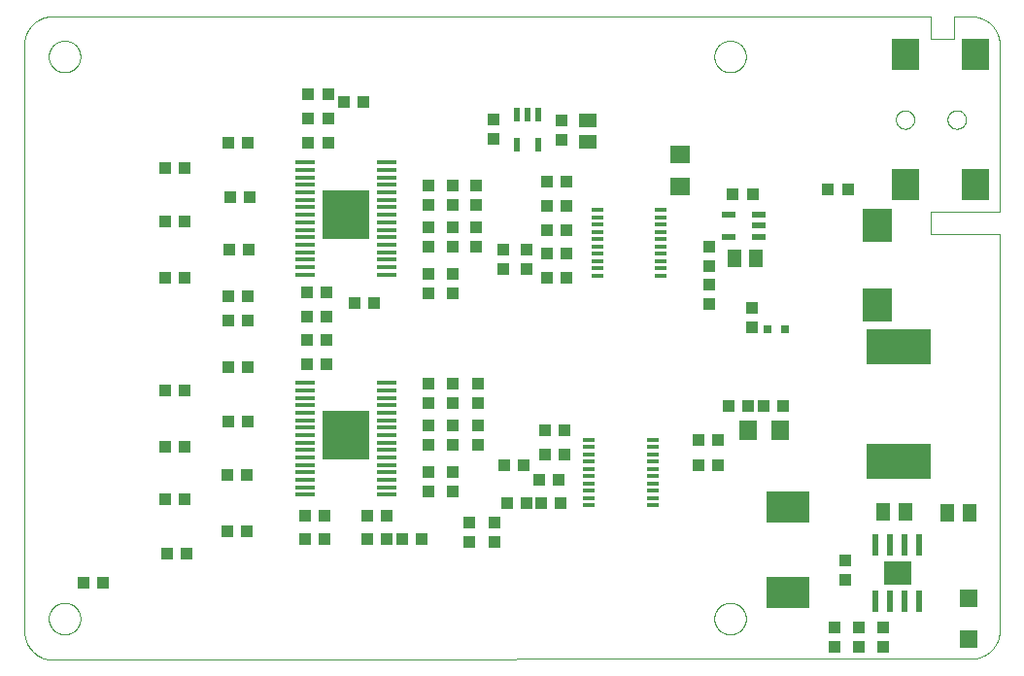
<source format=gtp>
G75*
%MOIN*%
%OFA0B0*%
%FSLAX25Y25*%
%IPPOS*%
%LPD*%
%AMOC8*
5,1,8,0,0,1.08239X$1,22.5*
%
%ADD10C,0.00000*%
%ADD11R,0.03937X0.04331*%
%ADD12R,0.05118X0.05906*%
%ADD13R,0.04331X0.03937*%
%ADD14R,0.05906X0.05118*%
%ADD15R,0.03900X0.01200*%
%ADD16R,0.05906X0.05906*%
%ADD17R,0.05000X0.02200*%
%ADD18R,0.02200X0.05000*%
%ADD19R,0.07087X0.01181*%
%ADD20R,0.16181X0.17165*%
%ADD21R,0.09449X0.11024*%
%ADD22R,0.02200X0.07800*%
%ADD23R,0.09800X0.07900*%
%ADD24R,0.14961X0.11024*%
%ADD25R,0.22047X0.12205*%
%ADD26R,0.06299X0.07087*%
%ADD27R,0.09843X0.11811*%
%ADD28R,0.07087X0.06299*%
%ADD29R,0.03150X0.03150*%
D10*
X0019433Y0005945D02*
X0334394Y0006339D01*
X0334394Y0006338D02*
X0334632Y0006341D01*
X0334870Y0006349D01*
X0335107Y0006364D01*
X0335344Y0006384D01*
X0335580Y0006410D01*
X0335816Y0006441D01*
X0336051Y0006478D01*
X0336285Y0006521D01*
X0336518Y0006570D01*
X0336750Y0006624D01*
X0336980Y0006684D01*
X0337209Y0006749D01*
X0337436Y0006820D01*
X0337661Y0006896D01*
X0337884Y0006978D01*
X0338106Y0007065D01*
X0338325Y0007157D01*
X0338542Y0007255D01*
X0338756Y0007357D01*
X0338968Y0007465D01*
X0339178Y0007579D01*
X0339384Y0007697D01*
X0339588Y0007820D01*
X0339788Y0007948D01*
X0339985Y0008080D01*
X0340180Y0008218D01*
X0340370Y0008360D01*
X0340558Y0008507D01*
X0340741Y0008658D01*
X0340921Y0008813D01*
X0341097Y0008973D01*
X0341269Y0009137D01*
X0341438Y0009306D01*
X0341602Y0009478D01*
X0341762Y0009654D01*
X0341917Y0009834D01*
X0342068Y0010017D01*
X0342215Y0010205D01*
X0342357Y0010395D01*
X0342495Y0010590D01*
X0342627Y0010787D01*
X0342755Y0010987D01*
X0342878Y0011191D01*
X0342996Y0011397D01*
X0343110Y0011607D01*
X0343218Y0011819D01*
X0343320Y0012033D01*
X0343418Y0012250D01*
X0343510Y0012469D01*
X0343597Y0012691D01*
X0343679Y0012914D01*
X0343755Y0013139D01*
X0343826Y0013366D01*
X0343891Y0013595D01*
X0343951Y0013825D01*
X0344005Y0014057D01*
X0344054Y0014290D01*
X0344097Y0014524D01*
X0344134Y0014759D01*
X0344165Y0014995D01*
X0344191Y0015231D01*
X0344211Y0015468D01*
X0344226Y0015705D01*
X0344234Y0015943D01*
X0344237Y0016181D01*
X0344236Y0016181D02*
X0344236Y0152008D01*
X0320614Y0152008D01*
X0320614Y0159882D01*
X0344236Y0159882D01*
X0344236Y0216969D01*
X0344237Y0216969D02*
X0344234Y0217207D01*
X0344226Y0217445D01*
X0344211Y0217682D01*
X0344191Y0217919D01*
X0344165Y0218155D01*
X0344134Y0218391D01*
X0344097Y0218626D01*
X0344054Y0218860D01*
X0344005Y0219093D01*
X0343951Y0219325D01*
X0343891Y0219555D01*
X0343826Y0219784D01*
X0343755Y0220011D01*
X0343679Y0220236D01*
X0343597Y0220459D01*
X0343510Y0220681D01*
X0343418Y0220900D01*
X0343320Y0221117D01*
X0343218Y0221331D01*
X0343110Y0221543D01*
X0342996Y0221753D01*
X0342878Y0221959D01*
X0342755Y0222163D01*
X0342627Y0222363D01*
X0342495Y0222560D01*
X0342357Y0222755D01*
X0342215Y0222945D01*
X0342068Y0223133D01*
X0341917Y0223316D01*
X0341762Y0223496D01*
X0341602Y0223672D01*
X0341438Y0223844D01*
X0341269Y0224013D01*
X0341097Y0224177D01*
X0340921Y0224337D01*
X0340741Y0224492D01*
X0340558Y0224643D01*
X0340370Y0224790D01*
X0340180Y0224932D01*
X0339985Y0225070D01*
X0339788Y0225202D01*
X0339588Y0225330D01*
X0339384Y0225453D01*
X0339178Y0225571D01*
X0338968Y0225685D01*
X0338756Y0225793D01*
X0338542Y0225895D01*
X0338325Y0225993D01*
X0338106Y0226085D01*
X0337884Y0226172D01*
X0337661Y0226254D01*
X0337436Y0226330D01*
X0337209Y0226401D01*
X0336980Y0226466D01*
X0336750Y0226526D01*
X0336518Y0226580D01*
X0336285Y0226629D01*
X0336051Y0226672D01*
X0335816Y0226709D01*
X0335580Y0226740D01*
X0335344Y0226766D01*
X0335107Y0226786D01*
X0334870Y0226801D01*
X0334632Y0226809D01*
X0334394Y0226812D01*
X0334394Y0226811D02*
X0328488Y0226811D01*
X0328488Y0218937D01*
X0320614Y0218937D01*
X0320614Y0226811D01*
X0019433Y0226811D01*
X0019433Y0226812D02*
X0019200Y0226814D01*
X0018967Y0226810D01*
X0018734Y0226801D01*
X0018501Y0226786D01*
X0018269Y0226765D01*
X0018037Y0226739D01*
X0017806Y0226707D01*
X0017576Y0226670D01*
X0017347Y0226627D01*
X0017119Y0226579D01*
X0016892Y0226525D01*
X0016666Y0226466D01*
X0016442Y0226401D01*
X0016220Y0226331D01*
X0016000Y0226255D01*
X0015781Y0226174D01*
X0015564Y0226088D01*
X0015350Y0225997D01*
X0015137Y0225900D01*
X0014928Y0225799D01*
X0014720Y0225692D01*
X0014516Y0225580D01*
X0014314Y0225464D01*
X0014115Y0225342D01*
X0013918Y0225216D01*
X0013725Y0225085D01*
X0013536Y0224950D01*
X0013349Y0224810D01*
X0013166Y0224666D01*
X0012987Y0224517D01*
X0012811Y0224364D01*
X0012639Y0224206D01*
X0012471Y0224045D01*
X0012307Y0223879D01*
X0012146Y0223710D01*
X0011990Y0223537D01*
X0011839Y0223360D01*
X0011691Y0223179D01*
X0011548Y0222995D01*
X0011409Y0222808D01*
X0011275Y0222617D01*
X0011146Y0222423D01*
X0011021Y0222226D01*
X0010901Y0222026D01*
X0010786Y0221823D01*
X0010676Y0221617D01*
X0010571Y0221409D01*
X0010471Y0221199D01*
X0010376Y0220986D01*
X0010287Y0220771D01*
X0010202Y0220553D01*
X0010123Y0220334D01*
X0010049Y0220113D01*
X0009981Y0219890D01*
X0009917Y0219666D01*
X0009860Y0219440D01*
X0009808Y0219212D01*
X0009761Y0218984D01*
X0009720Y0218755D01*
X0009684Y0218524D01*
X0009654Y0218293D01*
X0009630Y0218061D01*
X0009611Y0217829D01*
X0009598Y0217596D01*
X0009590Y0217363D01*
X0009591Y0217362D02*
X0009591Y0015788D01*
X0009590Y0015788D02*
X0009593Y0015550D01*
X0009601Y0015312D01*
X0009616Y0015075D01*
X0009636Y0014838D01*
X0009662Y0014602D01*
X0009693Y0014366D01*
X0009730Y0014131D01*
X0009773Y0013897D01*
X0009822Y0013664D01*
X0009876Y0013432D01*
X0009936Y0013202D01*
X0010001Y0012973D01*
X0010072Y0012746D01*
X0010148Y0012521D01*
X0010230Y0012298D01*
X0010317Y0012076D01*
X0010409Y0011857D01*
X0010507Y0011640D01*
X0010609Y0011426D01*
X0010717Y0011214D01*
X0010831Y0011004D01*
X0010949Y0010798D01*
X0011072Y0010594D01*
X0011200Y0010394D01*
X0011332Y0010197D01*
X0011470Y0010002D01*
X0011612Y0009812D01*
X0011759Y0009624D01*
X0011910Y0009441D01*
X0012065Y0009261D01*
X0012225Y0009085D01*
X0012389Y0008913D01*
X0012558Y0008744D01*
X0012730Y0008580D01*
X0012906Y0008420D01*
X0013086Y0008265D01*
X0013269Y0008114D01*
X0013457Y0007967D01*
X0013647Y0007825D01*
X0013842Y0007687D01*
X0014039Y0007555D01*
X0014239Y0007427D01*
X0014443Y0007304D01*
X0014649Y0007186D01*
X0014859Y0007072D01*
X0015071Y0006964D01*
X0015285Y0006862D01*
X0015502Y0006764D01*
X0015721Y0006672D01*
X0015943Y0006585D01*
X0016166Y0006503D01*
X0016391Y0006427D01*
X0016618Y0006356D01*
X0016847Y0006291D01*
X0017077Y0006231D01*
X0017309Y0006177D01*
X0017542Y0006128D01*
X0017776Y0006085D01*
X0018011Y0006048D01*
X0018247Y0006017D01*
X0018483Y0005991D01*
X0018720Y0005971D01*
X0018957Y0005956D01*
X0019195Y0005948D01*
X0019433Y0005945D01*
X0017957Y0020118D02*
X0017959Y0020265D01*
X0017965Y0020411D01*
X0017975Y0020557D01*
X0017989Y0020703D01*
X0018007Y0020849D01*
X0018028Y0020994D01*
X0018054Y0021138D01*
X0018084Y0021282D01*
X0018117Y0021424D01*
X0018154Y0021566D01*
X0018195Y0021707D01*
X0018240Y0021846D01*
X0018289Y0021985D01*
X0018341Y0022122D01*
X0018398Y0022257D01*
X0018457Y0022391D01*
X0018521Y0022523D01*
X0018588Y0022653D01*
X0018658Y0022782D01*
X0018732Y0022909D01*
X0018809Y0023033D01*
X0018890Y0023156D01*
X0018974Y0023276D01*
X0019061Y0023394D01*
X0019151Y0023509D01*
X0019244Y0023622D01*
X0019341Y0023733D01*
X0019440Y0023841D01*
X0019542Y0023946D01*
X0019647Y0024048D01*
X0019755Y0024147D01*
X0019866Y0024244D01*
X0019979Y0024337D01*
X0020094Y0024427D01*
X0020212Y0024514D01*
X0020332Y0024598D01*
X0020455Y0024679D01*
X0020579Y0024756D01*
X0020706Y0024830D01*
X0020835Y0024900D01*
X0020965Y0024967D01*
X0021097Y0025031D01*
X0021231Y0025090D01*
X0021366Y0025147D01*
X0021503Y0025199D01*
X0021642Y0025248D01*
X0021781Y0025293D01*
X0021922Y0025334D01*
X0022064Y0025371D01*
X0022206Y0025404D01*
X0022350Y0025434D01*
X0022494Y0025460D01*
X0022639Y0025481D01*
X0022785Y0025499D01*
X0022931Y0025513D01*
X0023077Y0025523D01*
X0023223Y0025529D01*
X0023370Y0025531D01*
X0023517Y0025529D01*
X0023663Y0025523D01*
X0023809Y0025513D01*
X0023955Y0025499D01*
X0024101Y0025481D01*
X0024246Y0025460D01*
X0024390Y0025434D01*
X0024534Y0025404D01*
X0024676Y0025371D01*
X0024818Y0025334D01*
X0024959Y0025293D01*
X0025098Y0025248D01*
X0025237Y0025199D01*
X0025374Y0025147D01*
X0025509Y0025090D01*
X0025643Y0025031D01*
X0025775Y0024967D01*
X0025905Y0024900D01*
X0026034Y0024830D01*
X0026161Y0024756D01*
X0026285Y0024679D01*
X0026408Y0024598D01*
X0026528Y0024514D01*
X0026646Y0024427D01*
X0026761Y0024337D01*
X0026874Y0024244D01*
X0026985Y0024147D01*
X0027093Y0024048D01*
X0027198Y0023946D01*
X0027300Y0023841D01*
X0027399Y0023733D01*
X0027496Y0023622D01*
X0027589Y0023509D01*
X0027679Y0023394D01*
X0027766Y0023276D01*
X0027850Y0023156D01*
X0027931Y0023033D01*
X0028008Y0022909D01*
X0028082Y0022782D01*
X0028152Y0022653D01*
X0028219Y0022523D01*
X0028283Y0022391D01*
X0028342Y0022257D01*
X0028399Y0022122D01*
X0028451Y0021985D01*
X0028500Y0021846D01*
X0028545Y0021707D01*
X0028586Y0021566D01*
X0028623Y0021424D01*
X0028656Y0021282D01*
X0028686Y0021138D01*
X0028712Y0020994D01*
X0028733Y0020849D01*
X0028751Y0020703D01*
X0028765Y0020557D01*
X0028775Y0020411D01*
X0028781Y0020265D01*
X0028783Y0020118D01*
X0028781Y0019971D01*
X0028775Y0019825D01*
X0028765Y0019679D01*
X0028751Y0019533D01*
X0028733Y0019387D01*
X0028712Y0019242D01*
X0028686Y0019098D01*
X0028656Y0018954D01*
X0028623Y0018812D01*
X0028586Y0018670D01*
X0028545Y0018529D01*
X0028500Y0018390D01*
X0028451Y0018251D01*
X0028399Y0018114D01*
X0028342Y0017979D01*
X0028283Y0017845D01*
X0028219Y0017713D01*
X0028152Y0017583D01*
X0028082Y0017454D01*
X0028008Y0017327D01*
X0027931Y0017203D01*
X0027850Y0017080D01*
X0027766Y0016960D01*
X0027679Y0016842D01*
X0027589Y0016727D01*
X0027496Y0016614D01*
X0027399Y0016503D01*
X0027300Y0016395D01*
X0027198Y0016290D01*
X0027093Y0016188D01*
X0026985Y0016089D01*
X0026874Y0015992D01*
X0026761Y0015899D01*
X0026646Y0015809D01*
X0026528Y0015722D01*
X0026408Y0015638D01*
X0026285Y0015557D01*
X0026161Y0015480D01*
X0026034Y0015406D01*
X0025905Y0015336D01*
X0025775Y0015269D01*
X0025643Y0015205D01*
X0025509Y0015146D01*
X0025374Y0015089D01*
X0025237Y0015037D01*
X0025098Y0014988D01*
X0024959Y0014943D01*
X0024818Y0014902D01*
X0024676Y0014865D01*
X0024534Y0014832D01*
X0024390Y0014802D01*
X0024246Y0014776D01*
X0024101Y0014755D01*
X0023955Y0014737D01*
X0023809Y0014723D01*
X0023663Y0014713D01*
X0023517Y0014707D01*
X0023370Y0014705D01*
X0023223Y0014707D01*
X0023077Y0014713D01*
X0022931Y0014723D01*
X0022785Y0014737D01*
X0022639Y0014755D01*
X0022494Y0014776D01*
X0022350Y0014802D01*
X0022206Y0014832D01*
X0022064Y0014865D01*
X0021922Y0014902D01*
X0021781Y0014943D01*
X0021642Y0014988D01*
X0021503Y0015037D01*
X0021366Y0015089D01*
X0021231Y0015146D01*
X0021097Y0015205D01*
X0020965Y0015269D01*
X0020835Y0015336D01*
X0020706Y0015406D01*
X0020579Y0015480D01*
X0020455Y0015557D01*
X0020332Y0015638D01*
X0020212Y0015722D01*
X0020094Y0015809D01*
X0019979Y0015899D01*
X0019866Y0015992D01*
X0019755Y0016089D01*
X0019647Y0016188D01*
X0019542Y0016290D01*
X0019440Y0016395D01*
X0019341Y0016503D01*
X0019244Y0016614D01*
X0019151Y0016727D01*
X0019061Y0016842D01*
X0018974Y0016960D01*
X0018890Y0017080D01*
X0018809Y0017203D01*
X0018732Y0017327D01*
X0018658Y0017454D01*
X0018588Y0017583D01*
X0018521Y0017713D01*
X0018457Y0017845D01*
X0018398Y0017979D01*
X0018341Y0018114D01*
X0018289Y0018251D01*
X0018240Y0018390D01*
X0018195Y0018529D01*
X0018154Y0018670D01*
X0018117Y0018812D01*
X0018084Y0018954D01*
X0018054Y0019098D01*
X0018028Y0019242D01*
X0018007Y0019387D01*
X0017989Y0019533D01*
X0017975Y0019679D01*
X0017965Y0019825D01*
X0017959Y0019971D01*
X0017957Y0020118D01*
X0246304Y0020118D02*
X0246306Y0020265D01*
X0246312Y0020411D01*
X0246322Y0020557D01*
X0246336Y0020703D01*
X0246354Y0020849D01*
X0246375Y0020994D01*
X0246401Y0021138D01*
X0246431Y0021282D01*
X0246464Y0021424D01*
X0246501Y0021566D01*
X0246542Y0021707D01*
X0246587Y0021846D01*
X0246636Y0021985D01*
X0246688Y0022122D01*
X0246745Y0022257D01*
X0246804Y0022391D01*
X0246868Y0022523D01*
X0246935Y0022653D01*
X0247005Y0022782D01*
X0247079Y0022909D01*
X0247156Y0023033D01*
X0247237Y0023156D01*
X0247321Y0023276D01*
X0247408Y0023394D01*
X0247498Y0023509D01*
X0247591Y0023622D01*
X0247688Y0023733D01*
X0247787Y0023841D01*
X0247889Y0023946D01*
X0247994Y0024048D01*
X0248102Y0024147D01*
X0248213Y0024244D01*
X0248326Y0024337D01*
X0248441Y0024427D01*
X0248559Y0024514D01*
X0248679Y0024598D01*
X0248802Y0024679D01*
X0248926Y0024756D01*
X0249053Y0024830D01*
X0249182Y0024900D01*
X0249312Y0024967D01*
X0249444Y0025031D01*
X0249578Y0025090D01*
X0249713Y0025147D01*
X0249850Y0025199D01*
X0249989Y0025248D01*
X0250128Y0025293D01*
X0250269Y0025334D01*
X0250411Y0025371D01*
X0250553Y0025404D01*
X0250697Y0025434D01*
X0250841Y0025460D01*
X0250986Y0025481D01*
X0251132Y0025499D01*
X0251278Y0025513D01*
X0251424Y0025523D01*
X0251570Y0025529D01*
X0251717Y0025531D01*
X0251864Y0025529D01*
X0252010Y0025523D01*
X0252156Y0025513D01*
X0252302Y0025499D01*
X0252448Y0025481D01*
X0252593Y0025460D01*
X0252737Y0025434D01*
X0252881Y0025404D01*
X0253023Y0025371D01*
X0253165Y0025334D01*
X0253306Y0025293D01*
X0253445Y0025248D01*
X0253584Y0025199D01*
X0253721Y0025147D01*
X0253856Y0025090D01*
X0253990Y0025031D01*
X0254122Y0024967D01*
X0254252Y0024900D01*
X0254381Y0024830D01*
X0254508Y0024756D01*
X0254632Y0024679D01*
X0254755Y0024598D01*
X0254875Y0024514D01*
X0254993Y0024427D01*
X0255108Y0024337D01*
X0255221Y0024244D01*
X0255332Y0024147D01*
X0255440Y0024048D01*
X0255545Y0023946D01*
X0255647Y0023841D01*
X0255746Y0023733D01*
X0255843Y0023622D01*
X0255936Y0023509D01*
X0256026Y0023394D01*
X0256113Y0023276D01*
X0256197Y0023156D01*
X0256278Y0023033D01*
X0256355Y0022909D01*
X0256429Y0022782D01*
X0256499Y0022653D01*
X0256566Y0022523D01*
X0256630Y0022391D01*
X0256689Y0022257D01*
X0256746Y0022122D01*
X0256798Y0021985D01*
X0256847Y0021846D01*
X0256892Y0021707D01*
X0256933Y0021566D01*
X0256970Y0021424D01*
X0257003Y0021282D01*
X0257033Y0021138D01*
X0257059Y0020994D01*
X0257080Y0020849D01*
X0257098Y0020703D01*
X0257112Y0020557D01*
X0257122Y0020411D01*
X0257128Y0020265D01*
X0257130Y0020118D01*
X0257128Y0019971D01*
X0257122Y0019825D01*
X0257112Y0019679D01*
X0257098Y0019533D01*
X0257080Y0019387D01*
X0257059Y0019242D01*
X0257033Y0019098D01*
X0257003Y0018954D01*
X0256970Y0018812D01*
X0256933Y0018670D01*
X0256892Y0018529D01*
X0256847Y0018390D01*
X0256798Y0018251D01*
X0256746Y0018114D01*
X0256689Y0017979D01*
X0256630Y0017845D01*
X0256566Y0017713D01*
X0256499Y0017583D01*
X0256429Y0017454D01*
X0256355Y0017327D01*
X0256278Y0017203D01*
X0256197Y0017080D01*
X0256113Y0016960D01*
X0256026Y0016842D01*
X0255936Y0016727D01*
X0255843Y0016614D01*
X0255746Y0016503D01*
X0255647Y0016395D01*
X0255545Y0016290D01*
X0255440Y0016188D01*
X0255332Y0016089D01*
X0255221Y0015992D01*
X0255108Y0015899D01*
X0254993Y0015809D01*
X0254875Y0015722D01*
X0254755Y0015638D01*
X0254632Y0015557D01*
X0254508Y0015480D01*
X0254381Y0015406D01*
X0254252Y0015336D01*
X0254122Y0015269D01*
X0253990Y0015205D01*
X0253856Y0015146D01*
X0253721Y0015089D01*
X0253584Y0015037D01*
X0253445Y0014988D01*
X0253306Y0014943D01*
X0253165Y0014902D01*
X0253023Y0014865D01*
X0252881Y0014832D01*
X0252737Y0014802D01*
X0252593Y0014776D01*
X0252448Y0014755D01*
X0252302Y0014737D01*
X0252156Y0014723D01*
X0252010Y0014713D01*
X0251864Y0014707D01*
X0251717Y0014705D01*
X0251570Y0014707D01*
X0251424Y0014713D01*
X0251278Y0014723D01*
X0251132Y0014737D01*
X0250986Y0014755D01*
X0250841Y0014776D01*
X0250697Y0014802D01*
X0250553Y0014832D01*
X0250411Y0014865D01*
X0250269Y0014902D01*
X0250128Y0014943D01*
X0249989Y0014988D01*
X0249850Y0015037D01*
X0249713Y0015089D01*
X0249578Y0015146D01*
X0249444Y0015205D01*
X0249312Y0015269D01*
X0249182Y0015336D01*
X0249053Y0015406D01*
X0248926Y0015480D01*
X0248802Y0015557D01*
X0248679Y0015638D01*
X0248559Y0015722D01*
X0248441Y0015809D01*
X0248326Y0015899D01*
X0248213Y0015992D01*
X0248102Y0016089D01*
X0247994Y0016188D01*
X0247889Y0016290D01*
X0247787Y0016395D01*
X0247688Y0016503D01*
X0247591Y0016614D01*
X0247498Y0016727D01*
X0247408Y0016842D01*
X0247321Y0016960D01*
X0247237Y0017080D01*
X0247156Y0017203D01*
X0247079Y0017327D01*
X0247005Y0017454D01*
X0246935Y0017583D01*
X0246868Y0017713D01*
X0246804Y0017845D01*
X0246745Y0017979D01*
X0246688Y0018114D01*
X0246636Y0018251D01*
X0246587Y0018390D01*
X0246542Y0018529D01*
X0246501Y0018670D01*
X0246464Y0018812D01*
X0246431Y0018954D01*
X0246401Y0019098D01*
X0246375Y0019242D01*
X0246354Y0019387D01*
X0246336Y0019533D01*
X0246322Y0019679D01*
X0246312Y0019825D01*
X0246306Y0019971D01*
X0246304Y0020118D01*
X0308606Y0191378D02*
X0308608Y0191490D01*
X0308614Y0191601D01*
X0308624Y0191713D01*
X0308638Y0191824D01*
X0308655Y0191934D01*
X0308677Y0192044D01*
X0308703Y0192153D01*
X0308732Y0192261D01*
X0308765Y0192367D01*
X0308802Y0192473D01*
X0308843Y0192577D01*
X0308888Y0192680D01*
X0308936Y0192781D01*
X0308987Y0192880D01*
X0309042Y0192977D01*
X0309101Y0193072D01*
X0309162Y0193166D01*
X0309227Y0193257D01*
X0309296Y0193345D01*
X0309367Y0193431D01*
X0309441Y0193515D01*
X0309519Y0193595D01*
X0309599Y0193673D01*
X0309682Y0193749D01*
X0309767Y0193821D01*
X0309855Y0193890D01*
X0309945Y0193956D01*
X0310038Y0194018D01*
X0310133Y0194078D01*
X0310230Y0194134D01*
X0310328Y0194186D01*
X0310429Y0194235D01*
X0310531Y0194280D01*
X0310635Y0194322D01*
X0310740Y0194360D01*
X0310847Y0194394D01*
X0310954Y0194424D01*
X0311063Y0194451D01*
X0311172Y0194473D01*
X0311283Y0194492D01*
X0311393Y0194507D01*
X0311505Y0194518D01*
X0311616Y0194525D01*
X0311728Y0194528D01*
X0311840Y0194527D01*
X0311952Y0194522D01*
X0312063Y0194513D01*
X0312174Y0194500D01*
X0312285Y0194483D01*
X0312395Y0194463D01*
X0312504Y0194438D01*
X0312612Y0194410D01*
X0312719Y0194377D01*
X0312825Y0194341D01*
X0312929Y0194301D01*
X0313032Y0194258D01*
X0313134Y0194211D01*
X0313233Y0194160D01*
X0313331Y0194106D01*
X0313427Y0194048D01*
X0313521Y0193987D01*
X0313612Y0193923D01*
X0313701Y0193856D01*
X0313788Y0193785D01*
X0313872Y0193711D01*
X0313954Y0193635D01*
X0314032Y0193555D01*
X0314108Y0193473D01*
X0314181Y0193388D01*
X0314251Y0193301D01*
X0314317Y0193211D01*
X0314381Y0193119D01*
X0314441Y0193025D01*
X0314498Y0192929D01*
X0314551Y0192830D01*
X0314601Y0192730D01*
X0314647Y0192629D01*
X0314690Y0192525D01*
X0314729Y0192420D01*
X0314764Y0192314D01*
X0314795Y0192207D01*
X0314823Y0192098D01*
X0314846Y0191989D01*
X0314866Y0191879D01*
X0314882Y0191768D01*
X0314894Y0191657D01*
X0314902Y0191546D01*
X0314906Y0191434D01*
X0314906Y0191322D01*
X0314902Y0191210D01*
X0314894Y0191099D01*
X0314882Y0190988D01*
X0314866Y0190877D01*
X0314846Y0190767D01*
X0314823Y0190658D01*
X0314795Y0190549D01*
X0314764Y0190442D01*
X0314729Y0190336D01*
X0314690Y0190231D01*
X0314647Y0190127D01*
X0314601Y0190026D01*
X0314551Y0189926D01*
X0314498Y0189827D01*
X0314441Y0189731D01*
X0314381Y0189637D01*
X0314317Y0189545D01*
X0314251Y0189455D01*
X0314181Y0189368D01*
X0314108Y0189283D01*
X0314032Y0189201D01*
X0313954Y0189121D01*
X0313872Y0189045D01*
X0313788Y0188971D01*
X0313701Y0188900D01*
X0313612Y0188833D01*
X0313521Y0188769D01*
X0313427Y0188708D01*
X0313331Y0188650D01*
X0313233Y0188596D01*
X0313134Y0188545D01*
X0313032Y0188498D01*
X0312929Y0188455D01*
X0312825Y0188415D01*
X0312719Y0188379D01*
X0312612Y0188346D01*
X0312504Y0188318D01*
X0312395Y0188293D01*
X0312285Y0188273D01*
X0312174Y0188256D01*
X0312063Y0188243D01*
X0311952Y0188234D01*
X0311840Y0188229D01*
X0311728Y0188228D01*
X0311616Y0188231D01*
X0311505Y0188238D01*
X0311393Y0188249D01*
X0311283Y0188264D01*
X0311172Y0188283D01*
X0311063Y0188305D01*
X0310954Y0188332D01*
X0310847Y0188362D01*
X0310740Y0188396D01*
X0310635Y0188434D01*
X0310531Y0188476D01*
X0310429Y0188521D01*
X0310328Y0188570D01*
X0310230Y0188622D01*
X0310133Y0188678D01*
X0310038Y0188738D01*
X0309945Y0188800D01*
X0309855Y0188866D01*
X0309767Y0188935D01*
X0309682Y0189007D01*
X0309599Y0189083D01*
X0309519Y0189161D01*
X0309441Y0189241D01*
X0309367Y0189325D01*
X0309296Y0189411D01*
X0309227Y0189499D01*
X0309162Y0189590D01*
X0309101Y0189684D01*
X0309042Y0189779D01*
X0308987Y0189876D01*
X0308936Y0189975D01*
X0308888Y0190076D01*
X0308843Y0190179D01*
X0308802Y0190283D01*
X0308765Y0190389D01*
X0308732Y0190495D01*
X0308703Y0190603D01*
X0308677Y0190712D01*
X0308655Y0190822D01*
X0308638Y0190932D01*
X0308624Y0191043D01*
X0308614Y0191155D01*
X0308608Y0191266D01*
X0308606Y0191378D01*
X0326323Y0191378D02*
X0326325Y0191490D01*
X0326331Y0191601D01*
X0326341Y0191713D01*
X0326355Y0191824D01*
X0326372Y0191934D01*
X0326394Y0192044D01*
X0326420Y0192153D01*
X0326449Y0192261D01*
X0326482Y0192367D01*
X0326519Y0192473D01*
X0326560Y0192577D01*
X0326605Y0192680D01*
X0326653Y0192781D01*
X0326704Y0192880D01*
X0326759Y0192977D01*
X0326818Y0193072D01*
X0326879Y0193166D01*
X0326944Y0193257D01*
X0327013Y0193345D01*
X0327084Y0193431D01*
X0327158Y0193515D01*
X0327236Y0193595D01*
X0327316Y0193673D01*
X0327399Y0193749D01*
X0327484Y0193821D01*
X0327572Y0193890D01*
X0327662Y0193956D01*
X0327755Y0194018D01*
X0327850Y0194078D01*
X0327947Y0194134D01*
X0328045Y0194186D01*
X0328146Y0194235D01*
X0328248Y0194280D01*
X0328352Y0194322D01*
X0328457Y0194360D01*
X0328564Y0194394D01*
X0328671Y0194424D01*
X0328780Y0194451D01*
X0328889Y0194473D01*
X0329000Y0194492D01*
X0329110Y0194507D01*
X0329222Y0194518D01*
X0329333Y0194525D01*
X0329445Y0194528D01*
X0329557Y0194527D01*
X0329669Y0194522D01*
X0329780Y0194513D01*
X0329891Y0194500D01*
X0330002Y0194483D01*
X0330112Y0194463D01*
X0330221Y0194438D01*
X0330329Y0194410D01*
X0330436Y0194377D01*
X0330542Y0194341D01*
X0330646Y0194301D01*
X0330749Y0194258D01*
X0330851Y0194211D01*
X0330950Y0194160D01*
X0331048Y0194106D01*
X0331144Y0194048D01*
X0331238Y0193987D01*
X0331329Y0193923D01*
X0331418Y0193856D01*
X0331505Y0193785D01*
X0331589Y0193711D01*
X0331671Y0193635D01*
X0331749Y0193555D01*
X0331825Y0193473D01*
X0331898Y0193388D01*
X0331968Y0193301D01*
X0332034Y0193211D01*
X0332098Y0193119D01*
X0332158Y0193025D01*
X0332215Y0192929D01*
X0332268Y0192830D01*
X0332318Y0192730D01*
X0332364Y0192629D01*
X0332407Y0192525D01*
X0332446Y0192420D01*
X0332481Y0192314D01*
X0332512Y0192207D01*
X0332540Y0192098D01*
X0332563Y0191989D01*
X0332583Y0191879D01*
X0332599Y0191768D01*
X0332611Y0191657D01*
X0332619Y0191546D01*
X0332623Y0191434D01*
X0332623Y0191322D01*
X0332619Y0191210D01*
X0332611Y0191099D01*
X0332599Y0190988D01*
X0332583Y0190877D01*
X0332563Y0190767D01*
X0332540Y0190658D01*
X0332512Y0190549D01*
X0332481Y0190442D01*
X0332446Y0190336D01*
X0332407Y0190231D01*
X0332364Y0190127D01*
X0332318Y0190026D01*
X0332268Y0189926D01*
X0332215Y0189827D01*
X0332158Y0189731D01*
X0332098Y0189637D01*
X0332034Y0189545D01*
X0331968Y0189455D01*
X0331898Y0189368D01*
X0331825Y0189283D01*
X0331749Y0189201D01*
X0331671Y0189121D01*
X0331589Y0189045D01*
X0331505Y0188971D01*
X0331418Y0188900D01*
X0331329Y0188833D01*
X0331238Y0188769D01*
X0331144Y0188708D01*
X0331048Y0188650D01*
X0330950Y0188596D01*
X0330851Y0188545D01*
X0330749Y0188498D01*
X0330646Y0188455D01*
X0330542Y0188415D01*
X0330436Y0188379D01*
X0330329Y0188346D01*
X0330221Y0188318D01*
X0330112Y0188293D01*
X0330002Y0188273D01*
X0329891Y0188256D01*
X0329780Y0188243D01*
X0329669Y0188234D01*
X0329557Y0188229D01*
X0329445Y0188228D01*
X0329333Y0188231D01*
X0329222Y0188238D01*
X0329110Y0188249D01*
X0329000Y0188264D01*
X0328889Y0188283D01*
X0328780Y0188305D01*
X0328671Y0188332D01*
X0328564Y0188362D01*
X0328457Y0188396D01*
X0328352Y0188434D01*
X0328248Y0188476D01*
X0328146Y0188521D01*
X0328045Y0188570D01*
X0327947Y0188622D01*
X0327850Y0188678D01*
X0327755Y0188738D01*
X0327662Y0188800D01*
X0327572Y0188866D01*
X0327484Y0188935D01*
X0327399Y0189007D01*
X0327316Y0189083D01*
X0327236Y0189161D01*
X0327158Y0189241D01*
X0327084Y0189325D01*
X0327013Y0189411D01*
X0326944Y0189499D01*
X0326879Y0189590D01*
X0326818Y0189684D01*
X0326759Y0189779D01*
X0326704Y0189876D01*
X0326653Y0189975D01*
X0326605Y0190076D01*
X0326560Y0190179D01*
X0326519Y0190283D01*
X0326482Y0190389D01*
X0326449Y0190495D01*
X0326420Y0190603D01*
X0326394Y0190712D01*
X0326372Y0190822D01*
X0326355Y0190932D01*
X0326341Y0191043D01*
X0326331Y0191155D01*
X0326325Y0191266D01*
X0326323Y0191378D01*
X0246304Y0213032D02*
X0246306Y0213179D01*
X0246312Y0213325D01*
X0246322Y0213471D01*
X0246336Y0213617D01*
X0246354Y0213763D01*
X0246375Y0213908D01*
X0246401Y0214052D01*
X0246431Y0214196D01*
X0246464Y0214338D01*
X0246501Y0214480D01*
X0246542Y0214621D01*
X0246587Y0214760D01*
X0246636Y0214899D01*
X0246688Y0215036D01*
X0246745Y0215171D01*
X0246804Y0215305D01*
X0246868Y0215437D01*
X0246935Y0215567D01*
X0247005Y0215696D01*
X0247079Y0215823D01*
X0247156Y0215947D01*
X0247237Y0216070D01*
X0247321Y0216190D01*
X0247408Y0216308D01*
X0247498Y0216423D01*
X0247591Y0216536D01*
X0247688Y0216647D01*
X0247787Y0216755D01*
X0247889Y0216860D01*
X0247994Y0216962D01*
X0248102Y0217061D01*
X0248213Y0217158D01*
X0248326Y0217251D01*
X0248441Y0217341D01*
X0248559Y0217428D01*
X0248679Y0217512D01*
X0248802Y0217593D01*
X0248926Y0217670D01*
X0249053Y0217744D01*
X0249182Y0217814D01*
X0249312Y0217881D01*
X0249444Y0217945D01*
X0249578Y0218004D01*
X0249713Y0218061D01*
X0249850Y0218113D01*
X0249989Y0218162D01*
X0250128Y0218207D01*
X0250269Y0218248D01*
X0250411Y0218285D01*
X0250553Y0218318D01*
X0250697Y0218348D01*
X0250841Y0218374D01*
X0250986Y0218395D01*
X0251132Y0218413D01*
X0251278Y0218427D01*
X0251424Y0218437D01*
X0251570Y0218443D01*
X0251717Y0218445D01*
X0251864Y0218443D01*
X0252010Y0218437D01*
X0252156Y0218427D01*
X0252302Y0218413D01*
X0252448Y0218395D01*
X0252593Y0218374D01*
X0252737Y0218348D01*
X0252881Y0218318D01*
X0253023Y0218285D01*
X0253165Y0218248D01*
X0253306Y0218207D01*
X0253445Y0218162D01*
X0253584Y0218113D01*
X0253721Y0218061D01*
X0253856Y0218004D01*
X0253990Y0217945D01*
X0254122Y0217881D01*
X0254252Y0217814D01*
X0254381Y0217744D01*
X0254508Y0217670D01*
X0254632Y0217593D01*
X0254755Y0217512D01*
X0254875Y0217428D01*
X0254993Y0217341D01*
X0255108Y0217251D01*
X0255221Y0217158D01*
X0255332Y0217061D01*
X0255440Y0216962D01*
X0255545Y0216860D01*
X0255647Y0216755D01*
X0255746Y0216647D01*
X0255843Y0216536D01*
X0255936Y0216423D01*
X0256026Y0216308D01*
X0256113Y0216190D01*
X0256197Y0216070D01*
X0256278Y0215947D01*
X0256355Y0215823D01*
X0256429Y0215696D01*
X0256499Y0215567D01*
X0256566Y0215437D01*
X0256630Y0215305D01*
X0256689Y0215171D01*
X0256746Y0215036D01*
X0256798Y0214899D01*
X0256847Y0214760D01*
X0256892Y0214621D01*
X0256933Y0214480D01*
X0256970Y0214338D01*
X0257003Y0214196D01*
X0257033Y0214052D01*
X0257059Y0213908D01*
X0257080Y0213763D01*
X0257098Y0213617D01*
X0257112Y0213471D01*
X0257122Y0213325D01*
X0257128Y0213179D01*
X0257130Y0213032D01*
X0257128Y0212885D01*
X0257122Y0212739D01*
X0257112Y0212593D01*
X0257098Y0212447D01*
X0257080Y0212301D01*
X0257059Y0212156D01*
X0257033Y0212012D01*
X0257003Y0211868D01*
X0256970Y0211726D01*
X0256933Y0211584D01*
X0256892Y0211443D01*
X0256847Y0211304D01*
X0256798Y0211165D01*
X0256746Y0211028D01*
X0256689Y0210893D01*
X0256630Y0210759D01*
X0256566Y0210627D01*
X0256499Y0210497D01*
X0256429Y0210368D01*
X0256355Y0210241D01*
X0256278Y0210117D01*
X0256197Y0209994D01*
X0256113Y0209874D01*
X0256026Y0209756D01*
X0255936Y0209641D01*
X0255843Y0209528D01*
X0255746Y0209417D01*
X0255647Y0209309D01*
X0255545Y0209204D01*
X0255440Y0209102D01*
X0255332Y0209003D01*
X0255221Y0208906D01*
X0255108Y0208813D01*
X0254993Y0208723D01*
X0254875Y0208636D01*
X0254755Y0208552D01*
X0254632Y0208471D01*
X0254508Y0208394D01*
X0254381Y0208320D01*
X0254252Y0208250D01*
X0254122Y0208183D01*
X0253990Y0208119D01*
X0253856Y0208060D01*
X0253721Y0208003D01*
X0253584Y0207951D01*
X0253445Y0207902D01*
X0253306Y0207857D01*
X0253165Y0207816D01*
X0253023Y0207779D01*
X0252881Y0207746D01*
X0252737Y0207716D01*
X0252593Y0207690D01*
X0252448Y0207669D01*
X0252302Y0207651D01*
X0252156Y0207637D01*
X0252010Y0207627D01*
X0251864Y0207621D01*
X0251717Y0207619D01*
X0251570Y0207621D01*
X0251424Y0207627D01*
X0251278Y0207637D01*
X0251132Y0207651D01*
X0250986Y0207669D01*
X0250841Y0207690D01*
X0250697Y0207716D01*
X0250553Y0207746D01*
X0250411Y0207779D01*
X0250269Y0207816D01*
X0250128Y0207857D01*
X0249989Y0207902D01*
X0249850Y0207951D01*
X0249713Y0208003D01*
X0249578Y0208060D01*
X0249444Y0208119D01*
X0249312Y0208183D01*
X0249182Y0208250D01*
X0249053Y0208320D01*
X0248926Y0208394D01*
X0248802Y0208471D01*
X0248679Y0208552D01*
X0248559Y0208636D01*
X0248441Y0208723D01*
X0248326Y0208813D01*
X0248213Y0208906D01*
X0248102Y0209003D01*
X0247994Y0209102D01*
X0247889Y0209204D01*
X0247787Y0209309D01*
X0247688Y0209417D01*
X0247591Y0209528D01*
X0247498Y0209641D01*
X0247408Y0209756D01*
X0247321Y0209874D01*
X0247237Y0209994D01*
X0247156Y0210117D01*
X0247079Y0210241D01*
X0247005Y0210368D01*
X0246935Y0210497D01*
X0246868Y0210627D01*
X0246804Y0210759D01*
X0246745Y0210893D01*
X0246688Y0211028D01*
X0246636Y0211165D01*
X0246587Y0211304D01*
X0246542Y0211443D01*
X0246501Y0211584D01*
X0246464Y0211726D01*
X0246431Y0211868D01*
X0246401Y0212012D01*
X0246375Y0212156D01*
X0246354Y0212301D01*
X0246336Y0212447D01*
X0246322Y0212593D01*
X0246312Y0212739D01*
X0246306Y0212885D01*
X0246304Y0213032D01*
X0017957Y0213032D02*
X0017959Y0213179D01*
X0017965Y0213325D01*
X0017975Y0213471D01*
X0017989Y0213617D01*
X0018007Y0213763D01*
X0018028Y0213908D01*
X0018054Y0214052D01*
X0018084Y0214196D01*
X0018117Y0214338D01*
X0018154Y0214480D01*
X0018195Y0214621D01*
X0018240Y0214760D01*
X0018289Y0214899D01*
X0018341Y0215036D01*
X0018398Y0215171D01*
X0018457Y0215305D01*
X0018521Y0215437D01*
X0018588Y0215567D01*
X0018658Y0215696D01*
X0018732Y0215823D01*
X0018809Y0215947D01*
X0018890Y0216070D01*
X0018974Y0216190D01*
X0019061Y0216308D01*
X0019151Y0216423D01*
X0019244Y0216536D01*
X0019341Y0216647D01*
X0019440Y0216755D01*
X0019542Y0216860D01*
X0019647Y0216962D01*
X0019755Y0217061D01*
X0019866Y0217158D01*
X0019979Y0217251D01*
X0020094Y0217341D01*
X0020212Y0217428D01*
X0020332Y0217512D01*
X0020455Y0217593D01*
X0020579Y0217670D01*
X0020706Y0217744D01*
X0020835Y0217814D01*
X0020965Y0217881D01*
X0021097Y0217945D01*
X0021231Y0218004D01*
X0021366Y0218061D01*
X0021503Y0218113D01*
X0021642Y0218162D01*
X0021781Y0218207D01*
X0021922Y0218248D01*
X0022064Y0218285D01*
X0022206Y0218318D01*
X0022350Y0218348D01*
X0022494Y0218374D01*
X0022639Y0218395D01*
X0022785Y0218413D01*
X0022931Y0218427D01*
X0023077Y0218437D01*
X0023223Y0218443D01*
X0023370Y0218445D01*
X0023517Y0218443D01*
X0023663Y0218437D01*
X0023809Y0218427D01*
X0023955Y0218413D01*
X0024101Y0218395D01*
X0024246Y0218374D01*
X0024390Y0218348D01*
X0024534Y0218318D01*
X0024676Y0218285D01*
X0024818Y0218248D01*
X0024959Y0218207D01*
X0025098Y0218162D01*
X0025237Y0218113D01*
X0025374Y0218061D01*
X0025509Y0218004D01*
X0025643Y0217945D01*
X0025775Y0217881D01*
X0025905Y0217814D01*
X0026034Y0217744D01*
X0026161Y0217670D01*
X0026285Y0217593D01*
X0026408Y0217512D01*
X0026528Y0217428D01*
X0026646Y0217341D01*
X0026761Y0217251D01*
X0026874Y0217158D01*
X0026985Y0217061D01*
X0027093Y0216962D01*
X0027198Y0216860D01*
X0027300Y0216755D01*
X0027399Y0216647D01*
X0027496Y0216536D01*
X0027589Y0216423D01*
X0027679Y0216308D01*
X0027766Y0216190D01*
X0027850Y0216070D01*
X0027931Y0215947D01*
X0028008Y0215823D01*
X0028082Y0215696D01*
X0028152Y0215567D01*
X0028219Y0215437D01*
X0028283Y0215305D01*
X0028342Y0215171D01*
X0028399Y0215036D01*
X0028451Y0214899D01*
X0028500Y0214760D01*
X0028545Y0214621D01*
X0028586Y0214480D01*
X0028623Y0214338D01*
X0028656Y0214196D01*
X0028686Y0214052D01*
X0028712Y0213908D01*
X0028733Y0213763D01*
X0028751Y0213617D01*
X0028765Y0213471D01*
X0028775Y0213325D01*
X0028781Y0213179D01*
X0028783Y0213032D01*
X0028781Y0212885D01*
X0028775Y0212739D01*
X0028765Y0212593D01*
X0028751Y0212447D01*
X0028733Y0212301D01*
X0028712Y0212156D01*
X0028686Y0212012D01*
X0028656Y0211868D01*
X0028623Y0211726D01*
X0028586Y0211584D01*
X0028545Y0211443D01*
X0028500Y0211304D01*
X0028451Y0211165D01*
X0028399Y0211028D01*
X0028342Y0210893D01*
X0028283Y0210759D01*
X0028219Y0210627D01*
X0028152Y0210497D01*
X0028082Y0210368D01*
X0028008Y0210241D01*
X0027931Y0210117D01*
X0027850Y0209994D01*
X0027766Y0209874D01*
X0027679Y0209756D01*
X0027589Y0209641D01*
X0027496Y0209528D01*
X0027399Y0209417D01*
X0027300Y0209309D01*
X0027198Y0209204D01*
X0027093Y0209102D01*
X0026985Y0209003D01*
X0026874Y0208906D01*
X0026761Y0208813D01*
X0026646Y0208723D01*
X0026528Y0208636D01*
X0026408Y0208552D01*
X0026285Y0208471D01*
X0026161Y0208394D01*
X0026034Y0208320D01*
X0025905Y0208250D01*
X0025775Y0208183D01*
X0025643Y0208119D01*
X0025509Y0208060D01*
X0025374Y0208003D01*
X0025237Y0207951D01*
X0025098Y0207902D01*
X0024959Y0207857D01*
X0024818Y0207816D01*
X0024676Y0207779D01*
X0024534Y0207746D01*
X0024390Y0207716D01*
X0024246Y0207690D01*
X0024101Y0207669D01*
X0023955Y0207651D01*
X0023809Y0207637D01*
X0023663Y0207627D01*
X0023517Y0207621D01*
X0023370Y0207619D01*
X0023223Y0207621D01*
X0023077Y0207627D01*
X0022931Y0207637D01*
X0022785Y0207651D01*
X0022639Y0207669D01*
X0022494Y0207690D01*
X0022350Y0207716D01*
X0022206Y0207746D01*
X0022064Y0207779D01*
X0021922Y0207816D01*
X0021781Y0207857D01*
X0021642Y0207902D01*
X0021503Y0207951D01*
X0021366Y0208003D01*
X0021231Y0208060D01*
X0021097Y0208119D01*
X0020965Y0208183D01*
X0020835Y0208250D01*
X0020706Y0208320D01*
X0020579Y0208394D01*
X0020455Y0208471D01*
X0020332Y0208552D01*
X0020212Y0208636D01*
X0020094Y0208723D01*
X0019979Y0208813D01*
X0019866Y0208906D01*
X0019755Y0209003D01*
X0019647Y0209102D01*
X0019542Y0209204D01*
X0019440Y0209309D01*
X0019341Y0209417D01*
X0019244Y0209528D01*
X0019151Y0209641D01*
X0019061Y0209756D01*
X0018974Y0209874D01*
X0018890Y0209994D01*
X0018809Y0210117D01*
X0018732Y0210241D01*
X0018658Y0210368D01*
X0018588Y0210497D01*
X0018521Y0210627D01*
X0018457Y0210759D01*
X0018398Y0210893D01*
X0018341Y0211028D01*
X0018289Y0211165D01*
X0018240Y0211304D01*
X0018195Y0211443D01*
X0018154Y0211584D01*
X0018117Y0211726D01*
X0018084Y0211868D01*
X0018054Y0212012D01*
X0018028Y0212156D01*
X0018007Y0212301D01*
X0017989Y0212447D01*
X0017975Y0212593D01*
X0017965Y0212739D01*
X0017959Y0212885D01*
X0017957Y0213032D01*
D11*
X0107032Y0200040D03*
X0113725Y0200040D03*
X0148173Y0168740D03*
X0156441Y0168740D03*
X0156441Y0162048D03*
X0148173Y0162048D03*
X0164709Y0154567D03*
X0164709Y0147874D03*
X0156441Y0138425D03*
X0148173Y0138425D03*
X0148173Y0131733D03*
X0156441Y0131733D03*
X0182032Y0140000D03*
X0188922Y0137048D03*
X0195614Y0137048D03*
X0195614Y0145315D03*
X0188922Y0145315D03*
X0182032Y0146693D03*
X0193843Y0184488D03*
X0193843Y0191181D03*
X0252701Y0165788D03*
X0259394Y0165788D03*
X0244630Y0147874D03*
X0244630Y0141181D03*
X0244630Y0134882D03*
X0244630Y0128189D03*
X0251126Y0092953D03*
X0257819Y0092953D03*
X0263331Y0092953D03*
X0270024Y0092953D03*
X0192859Y0067756D03*
X0186166Y0067756D03*
X0186953Y0059882D03*
X0193646Y0059882D03*
X0171008Y0052992D03*
X0162347Y0052992D03*
X0162347Y0046299D03*
X0171008Y0046299D03*
X0156441Y0063622D03*
X0148173Y0063622D03*
X0148173Y0070315D03*
X0156441Y0070315D03*
X0165103Y0079764D03*
X0165103Y0086457D03*
X0156441Y0093937D03*
X0148173Y0093937D03*
X0148173Y0100630D03*
X0156441Y0100630D03*
X0113331Y0123662D03*
X0106638Y0123662D03*
X0127110Y0047284D03*
X0133803Y0047284D03*
X0139315Y0047284D03*
X0146008Y0047284D03*
X0291087Y0040000D03*
X0291087Y0033307D03*
D12*
X0304276Y0056733D03*
X0311756Y0056733D03*
X0326323Y0056339D03*
X0333803Y0056339D03*
X0260575Y0143740D03*
X0253095Y0143740D03*
D13*
X0259197Y0126614D03*
X0259197Y0119922D03*
X0247583Y0081536D03*
X0240890Y0081536D03*
X0240890Y0072874D03*
X0247583Y0072874D03*
X0194827Y0076418D03*
X0188134Y0076418D03*
X0181047Y0072874D03*
X0174355Y0072874D03*
X0175142Y0059882D03*
X0181835Y0059882D03*
X0156441Y0079764D03*
X0148173Y0079764D03*
X0148173Y0086457D03*
X0156441Y0086457D03*
X0165103Y0093937D03*
X0165103Y0100630D03*
X0188134Y0084685D03*
X0194827Y0084685D03*
X0133803Y0055551D03*
X0127110Y0055551D03*
X0112544Y0055551D03*
X0105851Y0055551D03*
X0105851Y0047284D03*
X0112544Y0047284D03*
X0085772Y0050040D03*
X0079079Y0050040D03*
X0065299Y0042559D03*
X0058607Y0042559D03*
X0036559Y0032323D03*
X0029866Y0032323D03*
X0057819Y0061063D03*
X0064512Y0061063D03*
X0079079Y0069331D03*
X0085772Y0069331D03*
X0064512Y0079173D03*
X0057819Y0079173D03*
X0079473Y0087835D03*
X0086166Y0087835D03*
X0064512Y0098465D03*
X0057819Y0098465D03*
X0079473Y0106339D03*
X0086166Y0106339D03*
X0106638Y0107520D03*
X0113331Y0107520D03*
X0113331Y0115591D03*
X0106638Y0115591D03*
X0122780Y0128386D03*
X0129473Y0128386D03*
X0113331Y0131929D03*
X0106638Y0131929D03*
X0086166Y0130748D03*
X0079473Y0130748D03*
X0079473Y0122481D03*
X0086166Y0122481D03*
X0064512Y0137048D03*
X0057819Y0137048D03*
X0079866Y0146890D03*
X0086559Y0146890D03*
X0064512Y0156339D03*
X0057819Y0156339D03*
X0080260Y0164607D03*
X0086953Y0164607D03*
X0064512Y0174843D03*
X0057819Y0174843D03*
X0079473Y0183504D03*
X0086166Y0183504D03*
X0107032Y0183504D03*
X0113725Y0183504D03*
X0113725Y0191772D03*
X0107032Y0191772D03*
X0119236Y0197284D03*
X0125929Y0197284D03*
X0170614Y0191575D03*
X0170614Y0184882D03*
X0188922Y0170118D03*
X0195614Y0170118D03*
X0195614Y0161851D03*
X0188922Y0161851D03*
X0188922Y0153583D03*
X0195614Y0153583D03*
X0173764Y0146693D03*
X0173764Y0140000D03*
X0156441Y0147874D03*
X0148173Y0147874D03*
X0148173Y0154567D03*
X0156441Y0154567D03*
X0164709Y0162048D03*
X0164709Y0168740D03*
X0285378Y0167362D03*
X0292071Y0167362D03*
X0295811Y0017166D03*
X0287544Y0017166D03*
X0287544Y0010473D03*
X0295811Y0010473D03*
X0304079Y0010473D03*
X0304079Y0017166D03*
D14*
X0202898Y0183701D03*
X0202898Y0191181D03*
D15*
X0206135Y0160325D03*
X0206135Y0157825D03*
X0206135Y0155325D03*
X0206135Y0152825D03*
X0206135Y0150325D03*
X0206135Y0147825D03*
X0206135Y0145325D03*
X0206135Y0142825D03*
X0206135Y0140325D03*
X0206135Y0137825D03*
X0227929Y0137825D03*
X0227929Y0140325D03*
X0227929Y0142825D03*
X0227929Y0145325D03*
X0227929Y0147825D03*
X0227929Y0150325D03*
X0227929Y0152825D03*
X0227929Y0155325D03*
X0227929Y0157825D03*
X0227929Y0160325D03*
X0225173Y0081585D03*
X0225173Y0079085D03*
X0225173Y0076585D03*
X0225173Y0074085D03*
X0225173Y0071585D03*
X0225173Y0069085D03*
X0225173Y0066585D03*
X0225173Y0064085D03*
X0225173Y0061585D03*
X0225173Y0059085D03*
X0203379Y0059085D03*
X0203379Y0061585D03*
X0203379Y0064085D03*
X0203379Y0066585D03*
X0203379Y0069085D03*
X0203379Y0071585D03*
X0203379Y0074085D03*
X0203379Y0076585D03*
X0203379Y0079085D03*
X0203379Y0081585D03*
D16*
X0333607Y0027008D03*
X0333607Y0013229D03*
D17*
X0261462Y0151222D03*
X0261462Y0154922D03*
X0261462Y0158622D03*
X0251262Y0158622D03*
X0251262Y0151222D03*
D18*
X0185968Y0182892D03*
X0178568Y0182892D03*
X0178568Y0193092D03*
X0182268Y0193092D03*
X0185968Y0193092D03*
D19*
X0133881Y0176614D03*
X0133881Y0174055D03*
X0133881Y0171496D03*
X0133881Y0168937D03*
X0133881Y0166378D03*
X0133881Y0163819D03*
X0133881Y0161260D03*
X0133881Y0158701D03*
X0133881Y0156142D03*
X0133881Y0153583D03*
X0133881Y0151024D03*
X0133881Y0148465D03*
X0133881Y0145906D03*
X0133881Y0143347D03*
X0133881Y0140788D03*
X0133881Y0138229D03*
X0106047Y0138229D03*
X0106047Y0140788D03*
X0106047Y0143347D03*
X0106047Y0145906D03*
X0106047Y0148465D03*
X0106047Y0151024D03*
X0106047Y0153583D03*
X0106047Y0156142D03*
X0106047Y0158701D03*
X0106047Y0161260D03*
X0106047Y0163819D03*
X0106047Y0166378D03*
X0106047Y0168937D03*
X0106047Y0171496D03*
X0106047Y0174055D03*
X0106047Y0176614D03*
X0106047Y0101024D03*
X0106047Y0098465D03*
X0106047Y0095906D03*
X0106047Y0093347D03*
X0106047Y0090788D03*
X0106047Y0088229D03*
X0106047Y0085670D03*
X0106047Y0083111D03*
X0106047Y0080551D03*
X0106047Y0077992D03*
X0106047Y0075433D03*
X0106047Y0072874D03*
X0106047Y0070315D03*
X0106047Y0067756D03*
X0106047Y0065197D03*
X0106047Y0062638D03*
X0133881Y0062638D03*
X0133881Y0065197D03*
X0133881Y0067756D03*
X0133881Y0070315D03*
X0133881Y0072874D03*
X0133881Y0075433D03*
X0133881Y0077992D03*
X0133881Y0080551D03*
X0133881Y0083111D03*
X0133881Y0085670D03*
X0133881Y0088229D03*
X0133881Y0090788D03*
X0133881Y0093347D03*
X0133881Y0095906D03*
X0133881Y0098465D03*
X0133881Y0101024D03*
D20*
X0119827Y0083111D03*
X0119827Y0158701D03*
D21*
X0311756Y0168937D03*
X0335772Y0168937D03*
X0335772Y0213819D03*
X0311756Y0213819D03*
D22*
X0311697Y0045566D03*
X0316697Y0045566D03*
X0306697Y0045566D03*
X0301697Y0045566D03*
X0301697Y0026166D03*
X0306697Y0026166D03*
X0311697Y0026166D03*
X0316697Y0026166D03*
D23*
X0309197Y0035866D03*
D24*
X0271402Y0029173D03*
X0271402Y0058307D03*
D25*
X0309453Y0074055D03*
X0309453Y0113425D03*
D26*
X0269040Y0084685D03*
X0258016Y0084685D03*
D27*
X0302110Y0127599D03*
X0302110Y0155158D03*
D28*
X0234394Y0168544D03*
X0234394Y0179567D03*
D29*
X0264512Y0119331D03*
X0270418Y0119331D03*
M02*

</source>
